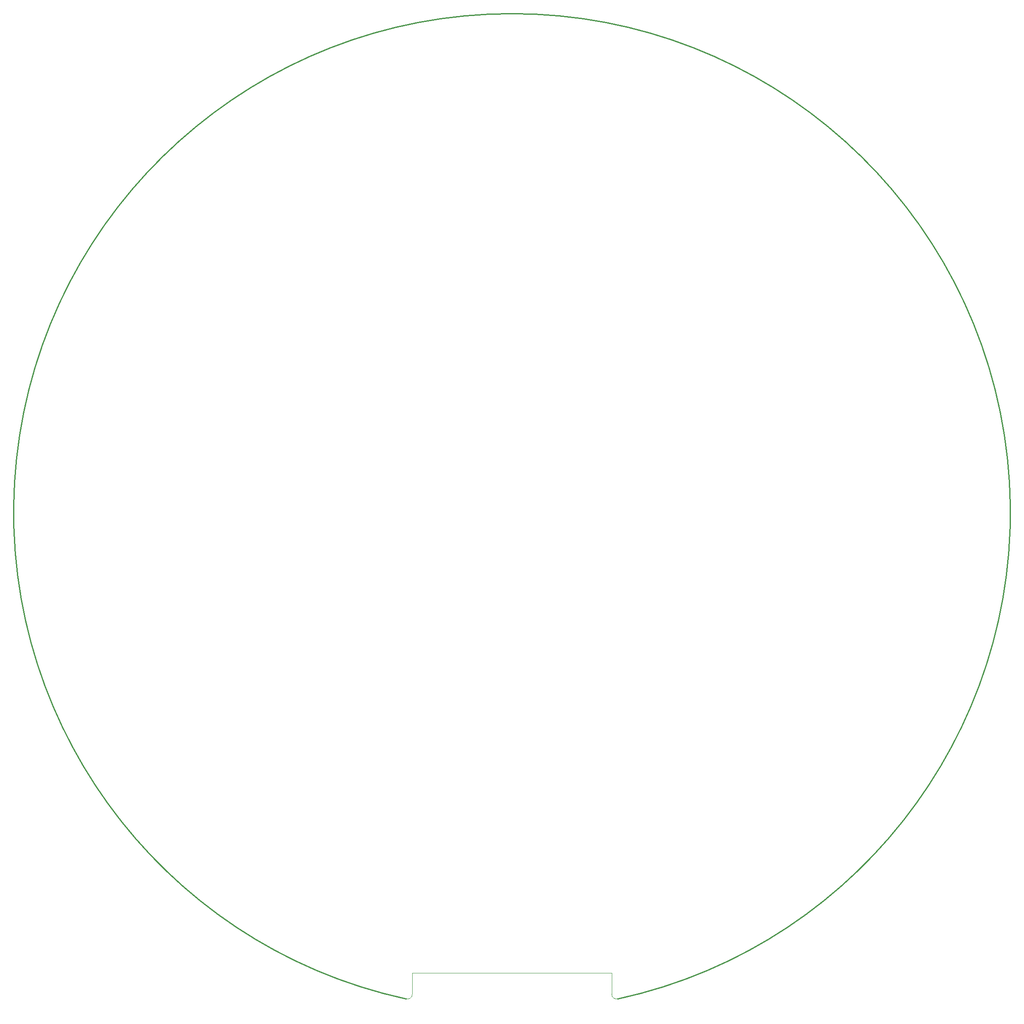
<source format=gm1>
G04*
G04 #@! TF.GenerationSoftware,Altium Limited,Altium Designer,18.0.9 (584)*
G04*
G04 Layer_Color=16711935*
%FSLAX25Y25*%
%MOIN*%
G70*
G01*
G75*
%ADD11C,0.01000*%
%ADD12C,0.00050*%
D11*
X477238Y115D02*
G03*
X310213Y115I-83512J384741D01*
G01*
D12*
X310213Y115D02*
G03*
X314985Y3962I835J3847D01*
G01*
X472466Y3962D02*
G03*
X477238Y115I3937J0D01*
G01*
X314985Y3962D02*
Y20683D01*
X472466D01*
Y3962D02*
Y20683D01*
M02*

</source>
